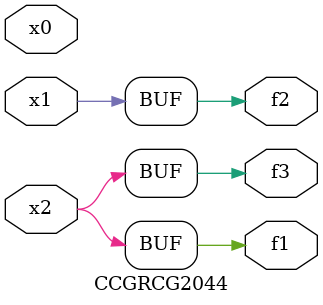
<source format=v>
module CCGRCG2044(
	input x0, x1, x2,
	output f1, f2, f3
);
	assign f1 = x2;
	assign f2 = x1;
	assign f3 = x2;
endmodule

</source>
